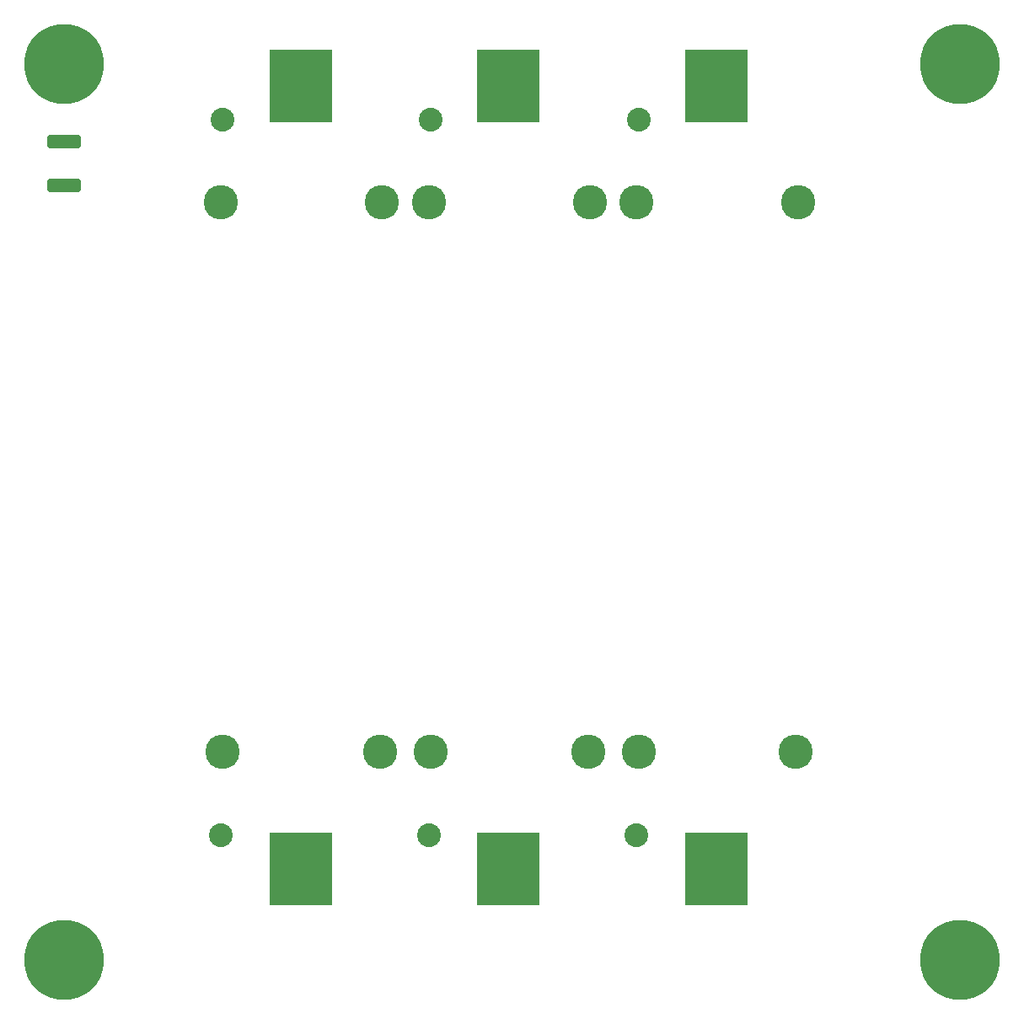
<source format=gbr>
%TF.GenerationSoftware,KiCad,Pcbnew,(6.0.7)*%
%TF.CreationDate,2022-10-24T21:40:11-07:00*%
%TF.ProjectId,18650_3s2p,31383635-305f-4337-9332-702e6b696361,2.0*%
%TF.SameCoordinates,Original*%
%TF.FileFunction,Soldermask,Top*%
%TF.FilePolarity,Negative*%
%FSLAX46Y46*%
G04 Gerber Fmt 4.6, Leading zero omitted, Abs format (unit mm)*
G04 Created by KiCad (PCBNEW (6.0.7)) date 2022-10-24 21:40:11*
%MOMM*%
%LPD*%
G01*
G04 APERTURE LIST*
G04 Aperture macros list*
%AMRoundRect*
0 Rectangle with rounded corners*
0 $1 Rounding radius*
0 $2 $3 $4 $5 $6 $7 $8 $9 X,Y pos of 4 corners*
0 Add a 4 corners polygon primitive as box body*
4,1,4,$2,$3,$4,$5,$6,$7,$8,$9,$2,$3,0*
0 Add four circle primitives for the rounded corners*
1,1,$1+$1,$2,$3*
1,1,$1+$1,$4,$5*
1,1,$1+$1,$6,$7*
1,1,$1+$1,$8,$9*
0 Add four rect primitives between the rounded corners*
20,1,$1+$1,$2,$3,$4,$5,0*
20,1,$1+$1,$4,$5,$6,$7,0*
20,1,$1+$1,$6,$7,$8,$9,0*
20,1,$1+$1,$8,$9,$2,$3,0*%
G04 Aperture macros list end*
%ADD10C,2.390000*%
%ADD11C,3.450000*%
%ADD12C,0.900000*%
%ADD13C,8.000000*%
%ADD14R,6.350000X7.340000*%
%ADD15RoundRect,0.250000X1.450000X-0.400000X1.450000X0.400000X-1.450000X0.400000X-1.450000X-0.400000X0*%
G04 APERTURE END LIST*
D10*
%TO.C,BT6*%
X112700000Y-60590000D03*
D11*
X112700000Y-124120000D03*
X128700000Y-68920000D03*
%TD*%
D10*
%TO.C,BT4*%
X70940000Y-60590000D03*
D11*
X86940000Y-68920000D03*
X70940000Y-124120000D03*
%TD*%
D10*
%TO.C,BT5*%
X91820000Y-60590000D03*
D11*
X107820000Y-68920000D03*
X91820000Y-124120000D03*
%TD*%
D12*
%TO.C,H4*%
X142000000Y-145000000D03*
X147121320Y-142878680D03*
X145000000Y-148000000D03*
X147121320Y-147121320D03*
X142878680Y-147121320D03*
X142878680Y-142878680D03*
X145000000Y-142000000D03*
D13*
X145000000Y-145000000D03*
D12*
X148000000Y-145000000D03*
%TD*%
%TO.C,H3*%
X142000000Y-55000000D03*
X147121320Y-52878680D03*
X145000000Y-58000000D03*
X147121320Y-57121320D03*
X142878680Y-57121320D03*
X142878680Y-52878680D03*
X145000000Y-52000000D03*
D13*
X145000000Y-55000000D03*
D12*
X148000000Y-55000000D03*
%TD*%
%TO.C,H2*%
X52000000Y-55000000D03*
X57121320Y-52878680D03*
X55000000Y-58000000D03*
X57121320Y-57121320D03*
X52878680Y-57121320D03*
X52878680Y-52878680D03*
X55000000Y-52000000D03*
D13*
X55000000Y-55000000D03*
D12*
X58000000Y-55000000D03*
%TD*%
%TO.C,H1*%
X52000000Y-145000000D03*
X57121320Y-142878680D03*
X55000000Y-148000000D03*
X57121320Y-147121320D03*
X52878680Y-147121320D03*
X52878680Y-142878680D03*
X55000000Y-142000000D03*
D13*
X55000000Y-145000000D03*
D12*
X58000000Y-145000000D03*
%TD*%
D14*
%TO.C,BT2*%
X99620000Y-57190000D03*
X99620000Y-135850000D03*
D11*
X107620000Y-124120000D03*
X91620000Y-68920000D03*
D10*
X91620000Y-132450000D03*
%TD*%
D14*
%TO.C,BT3*%
X120500000Y-57190000D03*
X120500000Y-135850000D03*
D11*
X128500000Y-124120000D03*
D10*
X112500000Y-132450000D03*
D11*
X112500000Y-68920000D03*
%TD*%
D14*
%TO.C,BT1*%
X78740000Y-57190000D03*
X78740000Y-135850000D03*
D10*
X70740000Y-132450000D03*
D11*
X86740000Y-124120000D03*
X70740000Y-68920000D03*
%TD*%
D15*
%TO.C,F2*%
X55000000Y-62775000D03*
X55000000Y-67225000D03*
%TD*%
M02*

</source>
